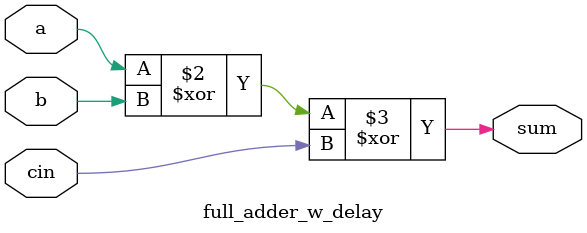
<source format=v>
module full_adder_w_delay (
    input a,
    input b,
    input cin,
    output reg sum
);

    always @(*)begin
        #5;
        sum = a^b^cin;
    end
    
endmodule

</source>
